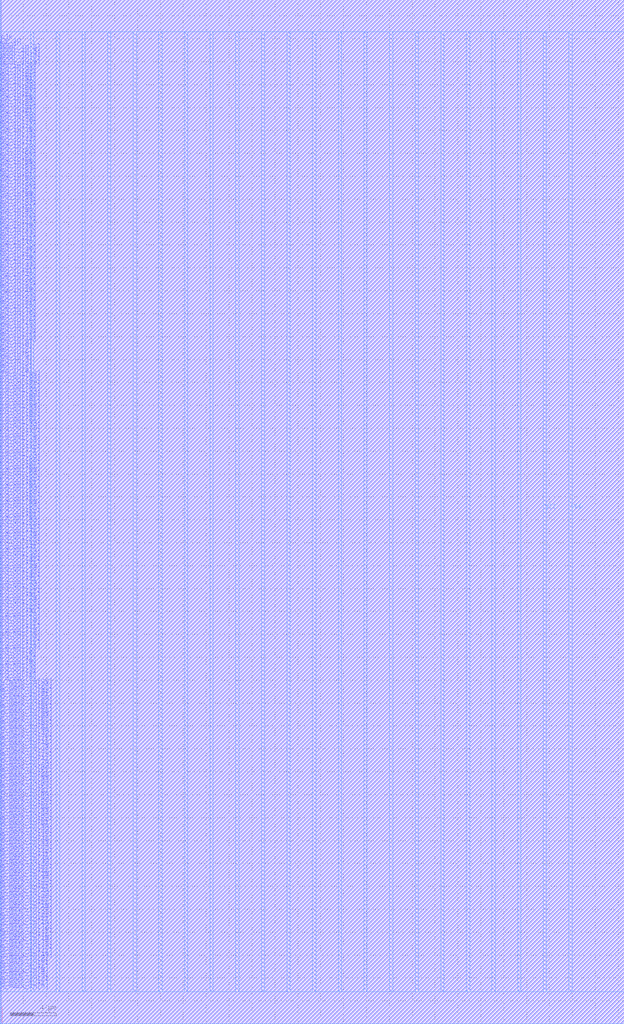
<source format=lef>
VERSION 5.7 ;
BUSBITCHARS "[]" ;
MACRO fakeram45_64x96_bottom
  FOREIGN fakeram45_64x96_bottom 0 0 ;
  SYMMETRY X Y R90 ;
  SIZE 0.19 BY 1.4 ;
  CLASS BLOCK ;
  PIN w_mask_in[0]
    DIRECTION INPUT ;
    USE SIGNAL ;
    SHAPE ABUTMENT ;
    PORT
      LAYER metal3 ;
      RECT 0.000 2.800 0.070 2.870 ;
    END
  END w_mask_in[0]
  PIN w_mask_in[1]
    DIRECTION INPUT ;
    USE SIGNAL ;
    SHAPE ABUTMENT ;
    PORT
      LAYER metal3 ;
      RECT 0.000 3.080 0.070 3.150 ;
    END
  END w_mask_in[1]
  PIN w_mask_in[2]
    DIRECTION INPUT ;
    USE SIGNAL ;
    SHAPE ABUTMENT ;
    PORT
      LAYER metal3 ;
      RECT 0.000 3.360 0.070 3.430 ;
    END
  END w_mask_in[2]
  PIN w_mask_in[3]
    DIRECTION INPUT ;
    USE SIGNAL ;
    SHAPE ABUTMENT ;
    PORT
      LAYER metal3 ;
      RECT 0.000 3.640 0.070 3.710 ;
    END
  END w_mask_in[3]
  PIN w_mask_in[4]
    DIRECTION INPUT ;
    USE SIGNAL ;
    SHAPE ABUTMENT ;
    PORT
      LAYER metal3 ;
      RECT 0.000 3.920 0.070 3.990 ;
    END
  END w_mask_in[4]
  PIN w_mask_in[5]
    DIRECTION INPUT ;
    USE SIGNAL ;
    SHAPE ABUTMENT ;
    PORT
      LAYER metal3 ;
      RECT 0.000 4.200 0.070 4.270 ;
    END
  END w_mask_in[5]
  PIN w_mask_in[6]
    DIRECTION INPUT ;
    USE SIGNAL ;
    SHAPE ABUTMENT ;
    PORT
      LAYER metal3 ;
      RECT 0.000 4.480 0.070 4.550 ;
    END
  END w_mask_in[6]
  PIN w_mask_in[7]
    DIRECTION INPUT ;
    USE SIGNAL ;
    SHAPE ABUTMENT ;
    PORT
      LAYER metal3 ;
      RECT 0.000 4.760 0.070 4.830 ;
    END
  END w_mask_in[7]
  PIN w_mask_in[8]
    DIRECTION INPUT ;
    USE SIGNAL ;
    SHAPE ABUTMENT ;
    PORT
      LAYER metal3 ;
      RECT 0.000 5.040 0.070 5.110 ;
    END
  END w_mask_in[8]
  PIN w_mask_in[9]
    DIRECTION INPUT ;
    USE SIGNAL ;
    SHAPE ABUTMENT ;
    PORT
      LAYER metal3 ;
      RECT 0.000 5.320 0.070 5.390 ;
    END
  END w_mask_in[9]
  PIN w_mask_in[10]
    DIRECTION INPUT ;
    USE SIGNAL ;
    SHAPE ABUTMENT ;
    PORT
      LAYER metal3 ;
      RECT 0.000 5.600 0.070 5.670 ;
    END
  END w_mask_in[10]
  PIN w_mask_in[11]
    DIRECTION INPUT ;
    USE SIGNAL ;
    SHAPE ABUTMENT ;
    PORT
      LAYER metal3 ;
      RECT 0.000 5.880 0.070 5.950 ;
    END
  END w_mask_in[11]
  PIN w_mask_in[12]
    DIRECTION INPUT ;
    USE SIGNAL ;
    SHAPE ABUTMENT ;
    PORT
      LAYER metal3 ;
      RECT 0.000 6.160 0.070 6.230 ;
    END
  END w_mask_in[12]
  PIN w_mask_in[13]
    DIRECTION INPUT ;
    USE SIGNAL ;
    SHAPE ABUTMENT ;
    PORT
      LAYER metal3 ;
      RECT 0.000 6.440 0.070 6.510 ;
    END
  END w_mask_in[13]
  PIN w_mask_in[14]
    DIRECTION INPUT ;
    USE SIGNAL ;
    SHAPE ABUTMENT ;
    PORT
      LAYER metal3 ;
      RECT 0.000 6.720 0.070 6.790 ;
    END
  END w_mask_in[14]
  PIN w_mask_in[15]
    DIRECTION INPUT ;
    USE SIGNAL ;
    SHAPE ABUTMENT ;
    PORT
      LAYER metal3 ;
      RECT 0.000 7.000 0.070 7.070 ;
    END
  END w_mask_in[15]
  PIN w_mask_in[16]
    DIRECTION INPUT ;
    USE SIGNAL ;
    SHAPE ABUTMENT ;
    PORT
      LAYER metal3 ;
      RECT 0.000 7.280 0.070 7.350 ;
    END
  END w_mask_in[16]
  PIN w_mask_in[17]
    DIRECTION INPUT ;
    USE SIGNAL ;
    SHAPE ABUTMENT ;
    PORT
      LAYER metal3 ;
      RECT 0.000 7.560 0.070 7.630 ;
    END
  END w_mask_in[17]
  PIN w_mask_in[18]
    DIRECTION INPUT ;
    USE SIGNAL ;
    SHAPE ABUTMENT ;
    PORT
      LAYER metal3 ;
      RECT 0.000 7.840 0.070 7.910 ;
    END
  END w_mask_in[18]
  PIN w_mask_in[19]
    DIRECTION INPUT ;
    USE SIGNAL ;
    SHAPE ABUTMENT ;
    PORT
      LAYER metal3 ;
      RECT 0.000 8.120 0.070 8.190 ;
    END
  END w_mask_in[19]
  PIN w_mask_in[20]
    DIRECTION INPUT ;
    USE SIGNAL ;
    SHAPE ABUTMENT ;
    PORT
      LAYER metal3 ;
      RECT 0.000 8.400 0.070 8.470 ;
    END
  END w_mask_in[20]
  PIN w_mask_in[21]
    DIRECTION INPUT ;
    USE SIGNAL ;
    SHAPE ABUTMENT ;
    PORT
      LAYER metal3 ;
      RECT 0.000 8.680 0.070 8.750 ;
    END
  END w_mask_in[21]
  PIN w_mask_in[22]
    DIRECTION INPUT ;
    USE SIGNAL ;
    SHAPE ABUTMENT ;
    PORT
      LAYER metal3 ;
      RECT 0.000 8.960 0.070 9.030 ;
    END
  END w_mask_in[22]
  PIN w_mask_in[23]
    DIRECTION INPUT ;
    USE SIGNAL ;
    SHAPE ABUTMENT ;
    PORT
      LAYER metal3 ;
      RECT 0.000 9.240 0.070 9.310 ;
    END
  END w_mask_in[23]
  PIN w_mask_in[24]
    DIRECTION INPUT ;
    USE SIGNAL ;
    SHAPE ABUTMENT ;
    PORT
      LAYER metal3 ;
      RECT 0.000 9.520 0.070 9.590 ;
    END
  END w_mask_in[24]
  PIN w_mask_in[25]
    DIRECTION INPUT ;
    USE SIGNAL ;
    SHAPE ABUTMENT ;
    PORT
      LAYER metal3 ;
      RECT 0.000 9.800 0.070 9.870 ;
    END
  END w_mask_in[25]
  PIN w_mask_in[26]
    DIRECTION INPUT ;
    USE SIGNAL ;
    SHAPE ABUTMENT ;
    PORT
      LAYER metal3 ;
      RECT 0.000 10.080 0.070 10.150 ;
    END
  END w_mask_in[26]
  PIN w_mask_in[27]
    DIRECTION INPUT ;
    USE SIGNAL ;
    SHAPE ABUTMENT ;
    PORT
      LAYER metal3 ;
      RECT 0.000 10.360 0.070 10.430 ;
    END
  END w_mask_in[27]
  PIN w_mask_in[28]
    DIRECTION INPUT ;
    USE SIGNAL ;
    SHAPE ABUTMENT ;
    PORT
      LAYER metal3 ;
      RECT 0.000 10.640 0.070 10.710 ;
    END
  END w_mask_in[28]
  PIN w_mask_in[29]
    DIRECTION INPUT ;
    USE SIGNAL ;
    SHAPE ABUTMENT ;
    PORT
      LAYER metal3 ;
      RECT 0.000 10.920 0.070 10.990 ;
    END
  END w_mask_in[29]
  PIN w_mask_in[30]
    DIRECTION INPUT ;
    USE SIGNAL ;
    SHAPE ABUTMENT ;
    PORT
      LAYER metal3 ;
      RECT 0.000 11.200 0.070 11.270 ;
    END
  END w_mask_in[30]
  PIN w_mask_in[31]
    DIRECTION INPUT ;
    USE SIGNAL ;
    SHAPE ABUTMENT ;
    PORT
      LAYER metal3 ;
      RECT 0.000 11.480 0.070 11.550 ;
    END
  END w_mask_in[31]
  PIN w_mask_in[32]
    DIRECTION INPUT ;
    USE SIGNAL ;
    SHAPE ABUTMENT ;
    PORT
      LAYER metal3 ;
      RECT 0.000 11.760 0.070 11.830 ;
    END
  END w_mask_in[32]
  PIN w_mask_in[33]
    DIRECTION INPUT ;
    USE SIGNAL ;
    SHAPE ABUTMENT ;
    PORT
      LAYER metal3 ;
      RECT 0.000 12.040 0.070 12.110 ;
    END
  END w_mask_in[33]
  PIN w_mask_in[34]
    DIRECTION INPUT ;
    USE SIGNAL ;
    SHAPE ABUTMENT ;
    PORT
      LAYER metal3 ;
      RECT 0.000 12.320 0.070 12.390 ;
    END
  END w_mask_in[34]
  PIN w_mask_in[35]
    DIRECTION INPUT ;
    USE SIGNAL ;
    SHAPE ABUTMENT ;
    PORT
      LAYER metal3 ;
      RECT 0.000 12.600 0.070 12.670 ;
    END
  END w_mask_in[35]
  PIN w_mask_in[36]
    DIRECTION INPUT ;
    USE SIGNAL ;
    SHAPE ABUTMENT ;
    PORT
      LAYER metal3 ;
      RECT 0.000 12.880 0.070 12.950 ;
    END
  END w_mask_in[36]
  PIN w_mask_in[37]
    DIRECTION INPUT ;
    USE SIGNAL ;
    SHAPE ABUTMENT ;
    PORT
      LAYER metal3 ;
      RECT 0.000 13.160 0.070 13.230 ;
    END
  END w_mask_in[37]
  PIN w_mask_in[38]
    DIRECTION INPUT ;
    USE SIGNAL ;
    SHAPE ABUTMENT ;
    PORT
      LAYER metal3 ;
      RECT 0.000 13.440 0.070 13.510 ;
    END
  END w_mask_in[38]
  PIN w_mask_in[39]
    DIRECTION INPUT ;
    USE SIGNAL ;
    SHAPE ABUTMENT ;
    PORT
      LAYER metal3 ;
      RECT 0.000 13.720 0.070 13.790 ;
    END
  END w_mask_in[39]
  PIN w_mask_in[40]
    DIRECTION INPUT ;
    USE SIGNAL ;
    SHAPE ABUTMENT ;
    PORT
      LAYER metal3 ;
      RECT 0.000 14.000 0.070 14.070 ;
    END
  END w_mask_in[40]
  PIN w_mask_in[41]
    DIRECTION INPUT ;
    USE SIGNAL ;
    SHAPE ABUTMENT ;
    PORT
      LAYER metal3 ;
      RECT 0.000 14.280 0.070 14.350 ;
    END
  END w_mask_in[41]
  PIN w_mask_in[42]
    DIRECTION INPUT ;
    USE SIGNAL ;
    SHAPE ABUTMENT ;
    PORT
      LAYER metal3 ;
      RECT 0.000 14.560 0.070 14.630 ;
    END
  END w_mask_in[42]
  PIN w_mask_in[43]
    DIRECTION INPUT ;
    USE SIGNAL ;
    SHAPE ABUTMENT ;
    PORT
      LAYER metal3 ;
      RECT 0.000 14.840 0.070 14.910 ;
    END
  END w_mask_in[43]
  PIN w_mask_in[44]
    DIRECTION INPUT ;
    USE SIGNAL ;
    SHAPE ABUTMENT ;
    PORT
      LAYER metal3 ;
      RECT 0.000 15.120 0.070 15.190 ;
    END
  END w_mask_in[44]
  PIN w_mask_in[45]
    DIRECTION INPUT ;
    USE SIGNAL ;
    SHAPE ABUTMENT ;
    PORT
      LAYER metal3 ;
      RECT 0.000 15.400 0.070 15.470 ;
    END
  END w_mask_in[45]
  PIN w_mask_in[46]
    DIRECTION INPUT ;
    USE SIGNAL ;
    SHAPE ABUTMENT ;
    PORT
      LAYER metal3 ;
      RECT 0.000 15.680 0.070 15.750 ;
    END
  END w_mask_in[46]
  PIN w_mask_in[47]
    DIRECTION INPUT ;
    USE SIGNAL ;
    SHAPE ABUTMENT ;
    PORT
      LAYER metal3 ;
      RECT 0.000 15.960 0.070 16.030 ;
    END
  END w_mask_in[47]
  PIN w_mask_in[48]
    DIRECTION INPUT ;
    USE SIGNAL ;
    SHAPE ABUTMENT ;
    PORT
      LAYER metal3 ;
      RECT 0.000 16.240 0.070 16.310 ;
    END
  END w_mask_in[48]
  PIN w_mask_in[49]
    DIRECTION INPUT ;
    USE SIGNAL ;
    SHAPE ABUTMENT ;
    PORT
      LAYER metal3 ;
      RECT 0.000 16.520 0.070 16.590 ;
    END
  END w_mask_in[49]
  PIN w_mask_in[50]
    DIRECTION INPUT ;
    USE SIGNAL ;
    SHAPE ABUTMENT ;
    PORT
      LAYER metal3 ;
      RECT 0.000 16.800 0.070 16.870 ;
    END
  END w_mask_in[50]
  PIN w_mask_in[51]
    DIRECTION INPUT ;
    USE SIGNAL ;
    SHAPE ABUTMENT ;
    PORT
      LAYER metal3 ;
      RECT 0.000 17.080 0.070 17.150 ;
    END
  END w_mask_in[51]
  PIN w_mask_in[52]
    DIRECTION INPUT ;
    USE SIGNAL ;
    SHAPE ABUTMENT ;
    PORT
      LAYER metal3 ;
      RECT 0.000 17.360 0.070 17.430 ;
    END
  END w_mask_in[52]
  PIN w_mask_in[53]
    DIRECTION INPUT ;
    USE SIGNAL ;
    SHAPE ABUTMENT ;
    PORT
      LAYER metal3 ;
      RECT 0.000 17.640 0.070 17.710 ;
    END
  END w_mask_in[53]
  PIN w_mask_in[54]
    DIRECTION INPUT ;
    USE SIGNAL ;
    SHAPE ABUTMENT ;
    PORT
      LAYER metal3 ;
      RECT 0.000 17.920 0.070 17.990 ;
    END
  END w_mask_in[54]
  PIN w_mask_in[55]
    DIRECTION INPUT ;
    USE SIGNAL ;
    SHAPE ABUTMENT ;
    PORT
      LAYER metal3 ;
      RECT 0.000 18.200 0.070 18.270 ;
    END
  END w_mask_in[55]
  PIN w_mask_in[56]
    DIRECTION INPUT ;
    USE SIGNAL ;
    SHAPE ABUTMENT ;
    PORT
      LAYER metal3 ;
      RECT 0.000 18.480 0.070 18.550 ;
    END
  END w_mask_in[56]
  PIN w_mask_in[57]
    DIRECTION INPUT ;
    USE SIGNAL ;
    SHAPE ABUTMENT ;
    PORT
      LAYER metal3 ;
      RECT 0.000 18.760 0.070 18.830 ;
    END
  END w_mask_in[57]
  PIN w_mask_in[58]
    DIRECTION INPUT ;
    USE SIGNAL ;
    SHAPE ABUTMENT ;
    PORT
      LAYER metal3 ;
      RECT 0.000 19.040 0.070 19.110 ;
    END
  END w_mask_in[58]
  PIN w_mask_in[59]
    DIRECTION INPUT ;
    USE SIGNAL ;
    SHAPE ABUTMENT ;
    PORT
      LAYER metal3 ;
      RECT 0.000 19.320 0.070 19.390 ;
    END
  END w_mask_in[59]
  PIN w_mask_in[60]
    DIRECTION INPUT ;
    USE SIGNAL ;
    SHAPE ABUTMENT ;
    PORT
      LAYER metal3 ;
      RECT 0.000 19.600 0.070 19.670 ;
    END
  END w_mask_in[60]
  PIN w_mask_in[61]
    DIRECTION INPUT ;
    USE SIGNAL ;
    SHAPE ABUTMENT ;
    PORT
      LAYER metal3 ;
      RECT 0.000 19.880 0.070 19.950 ;
    END
  END w_mask_in[61]
  PIN w_mask_in[62]
    DIRECTION INPUT ;
    USE SIGNAL ;
    SHAPE ABUTMENT ;
    PORT
      LAYER metal3 ;
      RECT 0.000 20.160 0.070 20.230 ;
    END
  END w_mask_in[62]
  PIN w_mask_in[63]
    DIRECTION INPUT ;
    USE SIGNAL ;
    SHAPE ABUTMENT ;
    PORT
      LAYER metal3 ;
      RECT 0.000 20.440 0.070 20.510 ;
    END
  END w_mask_in[63]
  PIN w_mask_in[64]
    DIRECTION INPUT ;
    USE SIGNAL ;
    SHAPE ABUTMENT ;
    PORT
      LAYER metal3 ;
      RECT 0.000 20.720 0.070 20.790 ;
    END
  END w_mask_in[64]
  PIN w_mask_in[65]
    DIRECTION INPUT ;
    USE SIGNAL ;
    SHAPE ABUTMENT ;
    PORT
      LAYER metal3 ;
      RECT 0.000 21.000 0.070 21.070 ;
    END
  END w_mask_in[65]
  PIN w_mask_in[66]
    DIRECTION INPUT ;
    USE SIGNAL ;
    SHAPE ABUTMENT ;
    PORT
      LAYER metal3 ;
      RECT 0.000 21.280 0.070 21.350 ;
    END
  END w_mask_in[66]
  PIN w_mask_in[67]
    DIRECTION INPUT ;
    USE SIGNAL ;
    SHAPE ABUTMENT ;
    PORT
      LAYER metal3 ;
      RECT 0.000 21.560 0.070 21.630 ;
    END
  END w_mask_in[67]
  PIN w_mask_in[68]
    DIRECTION INPUT ;
    USE SIGNAL ;
    SHAPE ABUTMENT ;
    PORT
      LAYER metal3 ;
      RECT 0.000 21.840 0.070 21.910 ;
    END
  END w_mask_in[68]
  PIN w_mask_in[69]
    DIRECTION INPUT ;
    USE SIGNAL ;
    SHAPE ABUTMENT ;
    PORT
      LAYER metal3 ;
      RECT 0.000 22.120 0.070 22.190 ;
    END
  END w_mask_in[69]
  PIN w_mask_in[70]
    DIRECTION INPUT ;
    USE SIGNAL ;
    SHAPE ABUTMENT ;
    PORT
      LAYER metal3 ;
      RECT 0.000 22.400 0.070 22.470 ;
    END
  END w_mask_in[70]
  PIN w_mask_in[71]
    DIRECTION INPUT ;
    USE SIGNAL ;
    SHAPE ABUTMENT ;
    PORT
      LAYER metal3 ;
      RECT 0.000 22.680 0.070 22.750 ;
    END
  END w_mask_in[71]
  PIN w_mask_in[72]
    DIRECTION INPUT ;
    USE SIGNAL ;
    SHAPE ABUTMENT ;
    PORT
      LAYER metal3 ;
      RECT 0.000 22.960 0.070 23.030 ;
    END
  END w_mask_in[72]
  PIN w_mask_in[73]
    DIRECTION INPUT ;
    USE SIGNAL ;
    SHAPE ABUTMENT ;
    PORT
      LAYER metal3 ;
      RECT 0.000 23.240 0.070 23.310 ;
    END
  END w_mask_in[73]
  PIN w_mask_in[74]
    DIRECTION INPUT ;
    USE SIGNAL ;
    SHAPE ABUTMENT ;
    PORT
      LAYER metal3 ;
      RECT 0.000 23.520 0.070 23.590 ;
    END
  END w_mask_in[74]
  PIN w_mask_in[75]
    DIRECTION INPUT ;
    USE SIGNAL ;
    SHAPE ABUTMENT ;
    PORT
      LAYER metal3 ;
      RECT 0.000 23.800 0.070 23.870 ;
    END
  END w_mask_in[75]
  PIN w_mask_in[76]
    DIRECTION INPUT ;
    USE SIGNAL ;
    SHAPE ABUTMENT ;
    PORT
      LAYER metal3 ;
      RECT 0.000 24.080 0.070 24.150 ;
    END
  END w_mask_in[76]
  PIN w_mask_in[77]
    DIRECTION INPUT ;
    USE SIGNAL ;
    SHAPE ABUTMENT ;
    PORT
      LAYER metal3 ;
      RECT 0.000 24.360 0.070 24.430 ;
    END
  END w_mask_in[77]
  PIN w_mask_in[78]
    DIRECTION INPUT ;
    USE SIGNAL ;
    SHAPE ABUTMENT ;
    PORT
      LAYER metal3 ;
      RECT 0.000 24.640 0.070 24.710 ;
    END
  END w_mask_in[78]
  PIN w_mask_in[79]
    DIRECTION INPUT ;
    USE SIGNAL ;
    SHAPE ABUTMENT ;
    PORT
      LAYER metal3 ;
      RECT 0.000 24.920 0.070 24.990 ;
    END
  END w_mask_in[79]
  PIN w_mask_in[80]
    DIRECTION INPUT ;
    USE SIGNAL ;
    SHAPE ABUTMENT ;
    PORT
      LAYER metal3 ;
      RECT 0.000 25.200 0.070 25.270 ;
    END
  END w_mask_in[80]
  PIN w_mask_in[81]
    DIRECTION INPUT ;
    USE SIGNAL ;
    SHAPE ABUTMENT ;
    PORT
      LAYER metal3 ;
      RECT 0.000 25.480 0.070 25.550 ;
    END
  END w_mask_in[81]
  PIN w_mask_in[82]
    DIRECTION INPUT ;
    USE SIGNAL ;
    SHAPE ABUTMENT ;
    PORT
      LAYER metal3 ;
      RECT 0.000 25.760 0.070 25.830 ;
    END
  END w_mask_in[82]
  PIN w_mask_in[83]
    DIRECTION INPUT ;
    USE SIGNAL ;
    SHAPE ABUTMENT ;
    PORT
      LAYER metal3 ;
      RECT 0.000 26.040 0.070 26.110 ;
    END
  END w_mask_in[83]
  PIN w_mask_in[84]
    DIRECTION INPUT ;
    USE SIGNAL ;
    SHAPE ABUTMENT ;
    PORT
      LAYER metal3 ;
      RECT 0.000 26.320 0.070 26.390 ;
    END
  END w_mask_in[84]
  PIN w_mask_in[85]
    DIRECTION INPUT ;
    USE SIGNAL ;
    SHAPE ABUTMENT ;
    PORT
      LAYER metal3 ;
      RECT 0.000 26.600 0.070 26.670 ;
    END
  END w_mask_in[85]
  PIN w_mask_in[86]
    DIRECTION INPUT ;
    USE SIGNAL ;
    SHAPE ABUTMENT ;
    PORT
      LAYER metal3 ;
      RECT 0.000 26.880 0.070 26.950 ;
    END
  END w_mask_in[86]
  PIN w_mask_in[87]
    DIRECTION INPUT ;
    USE SIGNAL ;
    SHAPE ABUTMENT ;
    PORT
      LAYER metal3 ;
      RECT 0.000 27.160 0.070 27.230 ;
    END
  END w_mask_in[87]
  PIN w_mask_in[88]
    DIRECTION INPUT ;
    USE SIGNAL ;
    SHAPE ABUTMENT ;
    PORT
      LAYER metal3 ;
      RECT 0.000 27.440 0.070 27.510 ;
    END
  END w_mask_in[88]
  PIN w_mask_in[89]
    DIRECTION INPUT ;
    USE SIGNAL ;
    SHAPE ABUTMENT ;
    PORT
      LAYER metal3 ;
      RECT 0.000 27.720 0.070 27.790 ;
    END
  END w_mask_in[89]
  PIN w_mask_in[90]
    DIRECTION INPUT ;
    USE SIGNAL ;
    SHAPE ABUTMENT ;
    PORT
      LAYER metal3 ;
      RECT 0.000 28.000 0.070 28.070 ;
    END
  END w_mask_in[90]
  PIN w_mask_in[91]
    DIRECTION INPUT ;
    USE SIGNAL ;
    SHAPE ABUTMENT ;
    PORT
      LAYER metal3 ;
      RECT 0.000 28.280 0.070 28.350 ;
    END
  END w_mask_in[91]
  PIN w_mask_in[92]
    DIRECTION INPUT ;
    USE SIGNAL ;
    SHAPE ABUTMENT ;
    PORT
      LAYER metal3 ;
      RECT 0.000 28.560 0.070 28.630 ;
    END
  END w_mask_in[92]
  PIN w_mask_in[93]
    DIRECTION INPUT ;
    USE SIGNAL ;
    SHAPE ABUTMENT ;
    PORT
      LAYER metal3 ;
      RECT 0.000 28.840 0.070 28.910 ;
    END
  END w_mask_in[93]
  PIN w_mask_in[94]
    DIRECTION INPUT ;
    USE SIGNAL ;
    SHAPE ABUTMENT ;
    PORT
      LAYER metal3 ;
      RECT 0.000 29.120 0.070 29.190 ;
    END
  END w_mask_in[94]
  PIN w_mask_in[95]
    DIRECTION INPUT ;
    USE SIGNAL ;
    SHAPE ABUTMENT ;
    PORT
      LAYER metal3 ;
      RECT 0.000 29.400 0.070 29.470 ;
    END
  END w_mask_in[95]
  PIN rd_out[0]
    DIRECTION OUTPUT ;
    USE SIGNAL ;
    SHAPE ABUTMENT ;
    PORT
      LAYER metal3 ;
      RECT 0.000 29.680 0.070 29.750 ;
    END
  END rd_out[0]
  PIN rd_out[1]
    DIRECTION OUTPUT ;
    USE SIGNAL ;
    SHAPE ABUTMENT ;
    PORT
      LAYER metal3 ;
      RECT 0.000 29.960 0.070 30.030 ;
    END
  END rd_out[1]
  PIN rd_out[2]
    DIRECTION OUTPUT ;
    USE SIGNAL ;
    SHAPE ABUTMENT ;
    PORT
      LAYER metal3 ;
      RECT 0.000 30.240 0.070 30.310 ;
    END
  END rd_out[2]
  PIN rd_out[3]
    DIRECTION OUTPUT ;
    USE SIGNAL ;
    SHAPE ABUTMENT ;
    PORT
      LAYER metal3 ;
      RECT 0.000 30.520 0.070 30.590 ;
    END
  END rd_out[3]
  PIN rd_out[4]
    DIRECTION OUTPUT ;
    USE SIGNAL ;
    SHAPE ABUTMENT ;
    PORT
      LAYER metal3 ;
      RECT 0.000 30.800 0.070 30.870 ;
    END
  END rd_out[4]
  PIN rd_out[5]
    DIRECTION OUTPUT ;
    USE SIGNAL ;
    SHAPE ABUTMENT ;
    PORT
      LAYER metal3 ;
      RECT 0.000 31.080 0.070 31.150 ;
    END
  END rd_out[5]
  PIN rd_out[6]
    DIRECTION OUTPUT ;
    USE SIGNAL ;
    SHAPE ABUTMENT ;
    PORT
      LAYER metal3 ;
      RECT 0.000 31.360 0.070 31.430 ;
    END
  END rd_out[6]
  PIN rd_out[7]
    DIRECTION OUTPUT ;
    USE SIGNAL ;
    SHAPE ABUTMENT ;
    PORT
      LAYER metal3 ;
      RECT 0.000 31.640 0.070 31.710 ;
    END
  END rd_out[7]
  PIN rd_out[8]
    DIRECTION OUTPUT ;
    USE SIGNAL ;
    SHAPE ABUTMENT ;
    PORT
      LAYER metal3 ;
      RECT 0.000 31.920 0.070 31.990 ;
    END
  END rd_out[8]
  PIN rd_out[9]
    DIRECTION OUTPUT ;
    USE SIGNAL ;
    SHAPE ABUTMENT ;
    PORT
      LAYER metal3 ;
      RECT 0.000 32.200 0.070 32.270 ;
    END
  END rd_out[9]
  PIN rd_out[10]
    DIRECTION OUTPUT ;
    USE SIGNAL ;
    SHAPE ABUTMENT ;
    PORT
      LAYER metal3 ;
      RECT 0.000 32.480 0.070 32.550 ;
    END
  END rd_out[10]
  PIN rd_out[11]
    DIRECTION OUTPUT ;
    USE SIGNAL ;
    SHAPE ABUTMENT ;
    PORT
      LAYER metal3 ;
      RECT 0.000 32.760 0.070 32.830 ;
    END
  END rd_out[11]
  PIN rd_out[12]
    DIRECTION OUTPUT ;
    USE SIGNAL ;
    SHAPE ABUTMENT ;
    PORT
      LAYER metal3 ;
      RECT 0.000 33.040 0.070 33.110 ;
    END
  END rd_out[12]
  PIN rd_out[13]
    DIRECTION OUTPUT ;
    USE SIGNAL ;
    SHAPE ABUTMENT ;
    PORT
      LAYER metal3 ;
      RECT 0.000 33.320 0.070 33.390 ;
    END
  END rd_out[13]
  PIN rd_out[14]
    DIRECTION OUTPUT ;
    USE SIGNAL ;
    SHAPE ABUTMENT ;
    PORT
      LAYER metal3 ;
      RECT 0.000 33.600 0.070 33.670 ;
    END
  END rd_out[14]
  PIN rd_out[15]
    DIRECTION OUTPUT ;
    USE SIGNAL ;
    SHAPE ABUTMENT ;
    PORT
      LAYER metal3 ;
      RECT 0.000 33.880 0.070 33.950 ;
    END
  END rd_out[15]
  PIN rd_out[16]
    DIRECTION OUTPUT ;
    USE SIGNAL ;
    SHAPE ABUTMENT ;
    PORT
      LAYER metal3 ;
      RECT 0.000 34.160 0.070 34.230 ;
    END
  END rd_out[16]
  PIN rd_out[17]
    DIRECTION OUTPUT ;
    USE SIGNAL ;
    SHAPE ABUTMENT ;
    PORT
      LAYER metal3 ;
      RECT 0.000 34.440 0.070 34.510 ;
    END
  END rd_out[17]
  PIN rd_out[18]
    DIRECTION OUTPUT ;
    USE SIGNAL ;
    SHAPE ABUTMENT ;
    PORT
      LAYER metal3 ;
      RECT 0.000 34.720 0.070 34.790 ;
    END
  END rd_out[18]
  PIN rd_out[19]
    DIRECTION OUTPUT ;
    USE SIGNAL ;
    SHAPE ABUTMENT ;
    PORT
      LAYER metal3 ;
      RECT 0.000 35.000 0.070 35.070 ;
    END
  END rd_out[19]
  PIN rd_out[20]
    DIRECTION OUTPUT ;
    USE SIGNAL ;
    SHAPE ABUTMENT ;
    PORT
      LAYER metal3 ;
      RECT 0.000 35.280 0.070 35.350 ;
    END
  END rd_out[20]
  PIN rd_out[21]
    DIRECTION OUTPUT ;
    USE SIGNAL ;
    SHAPE ABUTMENT ;
    PORT
      LAYER metal3 ;
      RECT 0.000 35.560 0.070 35.630 ;
    END
  END rd_out[21]
  PIN rd_out[22]
    DIRECTION OUTPUT ;
    USE SIGNAL ;
    SHAPE ABUTMENT ;
    PORT
      LAYER metal3 ;
      RECT 0.000 35.840 0.070 35.910 ;
    END
  END rd_out[22]
  PIN rd_out[23]
    DIRECTION OUTPUT ;
    USE SIGNAL ;
    SHAPE ABUTMENT ;
    PORT
      LAYER metal3 ;
      RECT 0.000 36.120 0.070 36.190 ;
    END
  END rd_out[23]
  PIN rd_out[24]
    DIRECTION OUTPUT ;
    USE SIGNAL ;
    SHAPE ABUTMENT ;
    PORT
      LAYER metal3 ;
      RECT 0.000 36.400 0.070 36.470 ;
    END
  END rd_out[24]
  PIN rd_out[25]
    DIRECTION OUTPUT ;
    USE SIGNAL ;
    SHAPE ABUTMENT ;
    PORT
      LAYER metal3 ;
      RECT 0.000 36.680 0.070 36.750 ;
    END
  END rd_out[25]
  PIN rd_out[26]
    DIRECTION OUTPUT ;
    USE SIGNAL ;
    SHAPE ABUTMENT ;
    PORT
      LAYER metal3 ;
      RECT 0.000 36.960 0.070 37.030 ;
    END
  END rd_out[26]
  PIN rd_out[27]
    DIRECTION OUTPUT ;
    USE SIGNAL ;
    SHAPE ABUTMENT ;
    PORT
      LAYER metal3 ;
      RECT 0.000 37.240 0.070 37.310 ;
    END
  END rd_out[27]
  PIN rd_out[28]
    DIRECTION OUTPUT ;
    USE SIGNAL ;
    SHAPE ABUTMENT ;
    PORT
      LAYER metal3 ;
      RECT 0.000 37.520 0.070 37.590 ;
    END
  END rd_out[28]
  PIN rd_out[29]
    DIRECTION OUTPUT ;
    USE SIGNAL ;
    SHAPE ABUTMENT ;
    PORT
      LAYER metal3 ;
      RECT 0.000 37.800 0.070 37.870 ;
    END
  END rd_out[29]
  PIN rd_out[30]
    DIRECTION OUTPUT ;
    USE SIGNAL ;
    SHAPE ABUTMENT ;
    PORT
      LAYER metal3 ;
      RECT 0.000 38.080 0.070 38.150 ;
    END
  END rd_out[30]
  PIN rd_out[31]
    DIRECTION OUTPUT ;
    USE SIGNAL ;
    SHAPE ABUTMENT ;
    PORT
      LAYER metal3 ;
      RECT 0.000 38.360 0.070 38.430 ;
    END
  END rd_out[31]
  PIN rd_out[32]
    DIRECTION OUTPUT ;
    USE SIGNAL ;
    SHAPE ABUTMENT ;
    PORT
      LAYER metal3 ;
      RECT 0.000 38.640 0.070 38.710 ;
    END
  END rd_out[32]
  PIN rd_out[33]
    DIRECTION OUTPUT ;
    USE SIGNAL ;
    SHAPE ABUTMENT ;
    PORT
      LAYER metal3 ;
      RECT 0.000 38.920 0.070 38.990 ;
    END
  END rd_out[33]
  PIN rd_out[34]
    DIRECTION OUTPUT ;
    USE SIGNAL ;
    SHAPE ABUTMENT ;
    PORT
      LAYER metal3 ;
      RECT 0.000 39.200 0.070 39.270 ;
    END
  END rd_out[34]
  PIN rd_out[35]
    DIRECTION OUTPUT ;
    USE SIGNAL ;
    SHAPE ABUTMENT ;
    PORT
      LAYER metal3 ;
      RECT 0.000 39.480 0.070 39.550 ;
    END
  END rd_out[35]
  PIN rd_out[36]
    DIRECTION OUTPUT ;
    USE SIGNAL ;
    SHAPE ABUTMENT ;
    PORT
      LAYER metal3 ;
      RECT 0.000 39.760 0.070 39.830 ;
    END
  END rd_out[36]
  PIN rd_out[37]
    DIRECTION OUTPUT ;
    USE SIGNAL ;
    SHAPE ABUTMENT ;
    PORT
      LAYER metal3 ;
      RECT 0.000 40.040 0.070 40.110 ;
    END
  END rd_out[37]
  PIN rd_out[38]
    DIRECTION OUTPUT ;
    USE SIGNAL ;
    SHAPE ABUTMENT ;
    PORT
      LAYER metal3 ;
      RECT 0.000 40.320 0.070 40.390 ;
    END
  END rd_out[38]
  PIN rd_out[39]
    DIRECTION OUTPUT ;
    USE SIGNAL ;
    SHAPE ABUTMENT ;
    PORT
      LAYER metal3 ;
      RECT 0.000 40.600 0.070 40.670 ;
    END
  END rd_out[39]
  PIN rd_out[40]
    DIRECTION OUTPUT ;
    USE SIGNAL ;
    SHAPE ABUTMENT ;
    PORT
      LAYER metal3 ;
      RECT 0.000 40.880 0.070 40.950 ;
    END
  END rd_out[40]
  PIN rd_out[41]
    DIRECTION OUTPUT ;
    USE SIGNAL ;
    SHAPE ABUTMENT ;
    PORT
      LAYER metal3 ;
      RECT 0.000 41.160 0.070 41.230 ;
    END
  END rd_out[41]
  PIN rd_out[42]
    DIRECTION OUTPUT ;
    USE SIGNAL ;
    SHAPE ABUTMENT ;
    PORT
      LAYER metal3 ;
      RECT 0.000 41.440 0.070 41.510 ;
    END
  END rd_out[42]
  PIN rd_out[43]
    DIRECTION OUTPUT ;
    USE SIGNAL ;
    SHAPE ABUTMENT ;
    PORT
      LAYER metal3 ;
      RECT 0.000 41.720 0.070 41.790 ;
    END
  END rd_out[43]
  PIN rd_out[44]
    DIRECTION OUTPUT ;
    USE SIGNAL ;
    SHAPE ABUTMENT ;
    PORT
      LAYER metal3 ;
      RECT 0.000 42.000 0.070 42.070 ;
    END
  END rd_out[44]
  PIN rd_out[45]
    DIRECTION OUTPUT ;
    USE SIGNAL ;
    SHAPE ABUTMENT ;
    PORT
      LAYER metal3 ;
      RECT 0.000 42.280 0.070 42.350 ;
    END
  END rd_out[45]
  PIN rd_out[46]
    DIRECTION OUTPUT ;
    USE SIGNAL ;
    SHAPE ABUTMENT ;
    PORT
      LAYER metal3 ;
      RECT 0.000 42.560 0.070 42.630 ;
    END
  END rd_out[46]
  PIN rd_out[47]
    DIRECTION OUTPUT ;
    USE SIGNAL ;
    SHAPE ABUTMENT ;
    PORT
      LAYER metal3 ;
      RECT 0.000 42.840 0.070 42.910 ;
    END
  END rd_out[47]
  PIN rd_out[48]
    DIRECTION OUTPUT ;
    USE SIGNAL ;
    SHAPE ABUTMENT ;
    PORT
      LAYER metal3 ;
      RECT 0.000 43.120 0.070 43.190 ;
    END
  END rd_out[48]
  PIN rd_out[49]
    DIRECTION OUTPUT ;
    USE SIGNAL ;
    SHAPE ABUTMENT ;
    PORT
      LAYER metal3 ;
      RECT 0.000 43.400 0.070 43.470 ;
    END
  END rd_out[49]
  PIN rd_out[50]
    DIRECTION OUTPUT ;
    USE SIGNAL ;
    SHAPE ABUTMENT ;
    PORT
      LAYER metal3 ;
      RECT 0.000 43.680 0.070 43.750 ;
    END
  END rd_out[50]
  PIN rd_out[51]
    DIRECTION OUTPUT ;
    USE SIGNAL ;
    SHAPE ABUTMENT ;
    PORT
      LAYER metal3 ;
      RECT 0.000 43.960 0.070 44.030 ;
    END
  END rd_out[51]
  PIN rd_out[52]
    DIRECTION OUTPUT ;
    USE SIGNAL ;
    SHAPE ABUTMENT ;
    PORT
      LAYER metal3 ;
      RECT 0.000 44.240 0.070 44.310 ;
    END
  END rd_out[52]
  PIN rd_out[53]
    DIRECTION OUTPUT ;
    USE SIGNAL ;
    SHAPE ABUTMENT ;
    PORT
      LAYER metal3 ;
      RECT 0.000 44.520 0.070 44.590 ;
    END
  END rd_out[53]
  PIN rd_out[54]
    DIRECTION OUTPUT ;
    USE SIGNAL ;
    SHAPE ABUTMENT ;
    PORT
      LAYER metal3 ;
      RECT 0.000 44.800 0.070 44.870 ;
    END
  END rd_out[54]
  PIN rd_out[55]
    DIRECTION OUTPUT ;
    USE SIGNAL ;
    SHAPE ABUTMENT ;
    PORT
      LAYER metal3 ;
      RECT 0.000 45.080 0.070 45.150 ;
    END
  END rd_out[55]
  PIN rd_out[56]
    DIRECTION OUTPUT ;
    USE SIGNAL ;
    SHAPE ABUTMENT ;
    PORT
      LAYER metal3 ;
      RECT 0.000 45.360 0.070 45.430 ;
    END
  END rd_out[56]
  PIN rd_out[57]
    DIRECTION OUTPUT ;
    USE SIGNAL ;
    SHAPE ABUTMENT ;
    PORT
      LAYER metal3 ;
      RECT 0.000 45.640 0.070 45.710 ;
    END
  END rd_out[57]
  PIN rd_out[58]
    DIRECTION OUTPUT ;
    USE SIGNAL ;
    SHAPE ABUTMENT ;
    PORT
      LAYER metal3 ;
      RECT 0.000 45.920 0.070 45.990 ;
    END
  END rd_out[58]
  PIN rd_out[59]
    DIRECTION OUTPUT ;
    USE SIGNAL ;
    SHAPE ABUTMENT ;
    PORT
      LAYER metal3 ;
      RECT 0.000 46.200 0.070 46.270 ;
    END
  END rd_out[59]
  PIN rd_out[60]
    DIRECTION OUTPUT ;
    USE SIGNAL ;
    SHAPE ABUTMENT ;
    PORT
      LAYER metal3 ;
      RECT 0.000 46.480 0.070 46.550 ;
    END
  END rd_out[60]
  PIN rd_out[61]
    DIRECTION OUTPUT ;
    USE SIGNAL ;
    SHAPE ABUTMENT ;
    PORT
      LAYER metal3 ;
      RECT 0.000 46.760 0.070 46.830 ;
    END
  END rd_out[61]
  PIN rd_out[62]
    DIRECTION OUTPUT ;
    USE SIGNAL ;
    SHAPE ABUTMENT ;
    PORT
      LAYER metal3 ;
      RECT 0.000 47.040 0.070 47.110 ;
    END
  END rd_out[62]
  PIN rd_out[63]
    DIRECTION OUTPUT ;
    USE SIGNAL ;
    SHAPE ABUTMENT ;
    PORT
      LAYER metal3 ;
      RECT 0.000 47.320 0.070 47.390 ;
    END
  END rd_out[63]
  PIN rd_out[64]
    DIRECTION OUTPUT ;
    USE SIGNAL ;
    SHAPE ABUTMENT ;
    PORT
      LAYER metal3 ;
      RECT 0.000 47.600 0.070 47.670 ;
    END
  END rd_out[64]
  PIN rd_out[65]
    DIRECTION OUTPUT ;
    USE SIGNAL ;
    SHAPE ABUTMENT ;
    PORT
      LAYER metal3 ;
      RECT 0.000 47.880 0.070 47.950 ;
    END
  END rd_out[65]
  PIN rd_out[66]
    DIRECTION OUTPUT ;
    USE SIGNAL ;
    SHAPE ABUTMENT ;
    PORT
      LAYER metal3 ;
      RECT 0.000 48.160 0.070 48.230 ;
    END
  END rd_out[66]
  PIN rd_out[67]
    DIRECTION OUTPUT ;
    USE SIGNAL ;
    SHAPE ABUTMENT ;
    PORT
      LAYER metal3 ;
      RECT 0.000 48.440 0.070 48.510 ;
    END
  END rd_out[67]
  PIN rd_out[68]
    DIRECTION OUTPUT ;
    USE SIGNAL ;
    SHAPE ABUTMENT ;
    PORT
      LAYER metal3 ;
      RECT 0.000 48.720 0.070 48.790 ;
    END
  END rd_out[68]
  PIN rd_out[69]
    DIRECTION OUTPUT ;
    USE SIGNAL ;
    SHAPE ABUTMENT ;
    PORT
      LAYER metal3 ;
      RECT 0.000 49.000 0.070 49.070 ;
    END
  END rd_out[69]
  PIN rd_out[70]
    DIRECTION OUTPUT ;
    USE SIGNAL ;
    SHAPE ABUTMENT ;
    PORT
      LAYER metal3 ;
      RECT 0.000 49.280 0.070 49.350 ;
    END
  END rd_out[70]
  PIN rd_out[71]
    DIRECTION OUTPUT ;
    USE SIGNAL ;
    SHAPE ABUTMENT ;
    PORT
      LAYER metal3 ;
      RECT 0.000 49.560 0.070 49.630 ;
    END
  END rd_out[71]
  PIN rd_out[72]
    DIRECTION OUTPUT ;
    USE SIGNAL ;
    SHAPE ABUTMENT ;
    PORT
      LAYER metal3 ;
      RECT 0.000 49.840 0.070 49.910 ;
    END
  END rd_out[72]
  PIN rd_out[73]
    DIRECTION OUTPUT ;
    USE SIGNAL ;
    SHAPE ABUTMENT ;
    PORT
      LAYER metal3 ;
      RECT 0.000 50.120 0.070 50.190 ;
    END
  END rd_out[73]
  PIN rd_out[74]
    DIRECTION OUTPUT ;
    USE SIGNAL ;
    SHAPE ABUTMENT ;
    PORT
      LAYER metal3 ;
      RECT 0.000 50.400 0.070 50.470 ;
    END
  END rd_out[74]
  PIN rd_out[75]
    DIRECTION OUTPUT ;
    USE SIGNAL ;
    SHAPE ABUTMENT ;
    PORT
      LAYER metal3 ;
      RECT 0.000 50.680 0.070 50.750 ;
    END
  END rd_out[75]
  PIN rd_out[76]
    DIRECTION OUTPUT ;
    USE SIGNAL ;
    SHAPE ABUTMENT ;
    PORT
      LAYER metal3 ;
      RECT 0.000 50.960 0.070 51.030 ;
    END
  END rd_out[76]
  PIN rd_out[77]
    DIRECTION OUTPUT ;
    USE SIGNAL ;
    SHAPE ABUTMENT ;
    PORT
      LAYER metal3 ;
      RECT 0.000 51.240 0.070 51.310 ;
    END
  END rd_out[77]
  PIN rd_out[78]
    DIRECTION OUTPUT ;
    USE SIGNAL ;
    SHAPE ABUTMENT ;
    PORT
      LAYER metal3 ;
      RECT 0.000 51.520 0.070 51.590 ;
    END
  END rd_out[78]
  PIN rd_out[79]
    DIRECTION OUTPUT ;
    USE SIGNAL ;
    SHAPE ABUTMENT ;
    PORT
      LAYER metal3 ;
      RECT 0.000 51.800 0.070 51.870 ;
    END
  END rd_out[79]
  PIN rd_out[80]
    DIRECTION OUTPUT ;
    USE SIGNAL ;
    SHAPE ABUTMENT ;
    PORT
      LAYER metal3 ;
      RECT 0.000 52.080 0.070 52.150 ;
    END
  END rd_out[80]
  PIN rd_out[81]
    DIRECTION OUTPUT ;
    USE SIGNAL ;
    SHAPE ABUTMENT ;
    PORT
      LAYER metal3 ;
      RECT 0.000 52.360 0.070 52.430 ;
    END
  END rd_out[81]
  PIN rd_out[82]
    DIRECTION OUTPUT ;
    USE SIGNAL ;
    SHAPE ABUTMENT ;
    PORT
      LAYER metal3 ;
      RECT 0.000 52.640 0.070 52.710 ;
    END
  END rd_out[82]
  PIN rd_out[83]
    DIRECTION OUTPUT ;
    USE SIGNAL ;
    SHAPE ABUTMENT ;
    PORT
      LAYER metal3 ;
      RECT 0.000 52.920 0.070 52.990 ;
    END
  END rd_out[83]
  PIN rd_out[84]
    DIRECTION OUTPUT ;
    USE SIGNAL ;
    SHAPE ABUTMENT ;
    PORT
      LAYER metal3 ;
      RECT 0.000 53.200 0.070 53.270 ;
    END
  END rd_out[84]
  PIN rd_out[85]
    DIRECTION OUTPUT ;
    USE SIGNAL ;
    SHAPE ABUTMENT ;
    PORT
      LAYER metal3 ;
      RECT 0.000 53.480 0.070 53.550 ;
    END
  END rd_out[85]
  PIN rd_out[86]
    DIRECTION OUTPUT ;
    USE SIGNAL ;
    SHAPE ABUTMENT ;
    PORT
      LAYER metal3 ;
      RECT 0.000 53.760 0.070 53.830 ;
    END
  END rd_out[86]
  PIN rd_out[87]
    DIRECTION OUTPUT ;
    USE SIGNAL ;
    SHAPE ABUTMENT ;
    PORT
      LAYER metal3 ;
      RECT 0.000 54.040 0.070 54.110 ;
    END
  END rd_out[87]
  PIN rd_out[88]
    DIRECTION OUTPUT ;
    USE SIGNAL ;
    SHAPE ABUTMENT ;
    PORT
      LAYER metal3 ;
      RECT 0.000 54.320 0.070 54.390 ;
    END
  END rd_out[88]
  PIN rd_out[89]
    DIRECTION OUTPUT ;
    USE SIGNAL ;
    SHAPE ABUTMENT ;
    PORT
      LAYER metal3 ;
      RECT 0.000 54.600 0.070 54.670 ;
    END
  END rd_out[89]
  PIN rd_out[90]
    DIRECTION OUTPUT ;
    USE SIGNAL ;
    SHAPE ABUTMENT ;
    PORT
      LAYER metal3 ;
      RECT 0.000 54.880 0.070 54.950 ;
    END
  END rd_out[90]
  PIN rd_out[91]
    DIRECTION OUTPUT ;
    USE SIGNAL ;
    SHAPE ABUTMENT ;
    PORT
      LAYER metal3 ;
      RECT 0.000 55.160 0.070 55.230 ;
    END
  END rd_out[91]
  PIN rd_out[92]
    DIRECTION OUTPUT ;
    USE SIGNAL ;
    SHAPE ABUTMENT ;
    PORT
      LAYER metal3 ;
      RECT 0.000 55.440 0.070 55.510 ;
    END
  END rd_out[92]
  PIN rd_out[93]
    DIRECTION OUTPUT ;
    USE SIGNAL ;
    SHAPE ABUTMENT ;
    PORT
      LAYER metal3 ;
      RECT 0.000 55.720 0.070 55.790 ;
    END
  END rd_out[93]
  PIN rd_out[94]
    DIRECTION OUTPUT ;
    USE SIGNAL ;
    SHAPE ABUTMENT ;
    PORT
      LAYER metal3 ;
      RECT 0.000 56.000 0.070 56.070 ;
    END
  END rd_out[94]
  PIN rd_out[95]
    DIRECTION OUTPUT ;
    USE SIGNAL ;
    SHAPE ABUTMENT ;
    PORT
      LAYER metal3 ;
      RECT 0.000 56.280 0.070 56.350 ;
    END
  END rd_out[95]
  PIN wd_in[0]
    DIRECTION INPUT ;
    USE SIGNAL ;
    SHAPE ABUTMENT ;
    PORT
      LAYER metal3 ;
      RECT 0.000 56.560 0.070 56.630 ;
    END
  END wd_in[0]
  PIN wd_in[1]
    DIRECTION INPUT ;
    USE SIGNAL ;
    SHAPE ABUTMENT ;
    PORT
      LAYER metal3 ;
      RECT 0.000 56.840 0.070 56.910 ;
    END
  END wd_in[1]
  PIN wd_in[2]
    DIRECTION INPUT ;
    USE SIGNAL ;
    SHAPE ABUTMENT ;
    PORT
      LAYER metal3 ;
      RECT 0.000 57.120 0.070 57.190 ;
    END
  END wd_in[2]
  PIN wd_in[3]
    DIRECTION INPUT ;
    USE SIGNAL ;
    SHAPE ABUTMENT ;
    PORT
      LAYER metal3 ;
      RECT 0.000 57.400 0.070 57.470 ;
    END
  END wd_in[3]
  PIN wd_in[4]
    DIRECTION INPUT ;
    USE SIGNAL ;
    SHAPE ABUTMENT ;
    PORT
      LAYER metal3 ;
      RECT 0.000 57.680 0.070 57.750 ;
    END
  END wd_in[4]
  PIN wd_in[5]
    DIRECTION INPUT ;
    USE SIGNAL ;
    SHAPE ABUTMENT ;
    PORT
      LAYER metal3 ;
      RECT 0.000 57.960 0.070 58.030 ;
    END
  END wd_in[5]
  PIN wd_in[6]
    DIRECTION INPUT ;
    USE SIGNAL ;
    SHAPE ABUTMENT ;
    PORT
      LAYER metal3 ;
      RECT 0.000 58.240 0.070 58.310 ;
    END
  END wd_in[6]
  PIN wd_in[7]
    DIRECTION INPUT ;
    USE SIGNAL ;
    SHAPE ABUTMENT ;
    PORT
      LAYER metal3 ;
      RECT 0.000 58.520 0.070 58.590 ;
    END
  END wd_in[7]
  PIN wd_in[8]
    DIRECTION INPUT ;
    USE SIGNAL ;
    SHAPE ABUTMENT ;
    PORT
      LAYER metal3 ;
      RECT 0.000 58.800 0.070 58.870 ;
    END
  END wd_in[8]
  PIN wd_in[9]
    DIRECTION INPUT ;
    USE SIGNAL ;
    SHAPE ABUTMENT ;
    PORT
      LAYER metal3 ;
      RECT 0.000 59.080 0.070 59.150 ;
    END
  END wd_in[9]
  PIN wd_in[10]
    DIRECTION INPUT ;
    USE SIGNAL ;
    SHAPE ABUTMENT ;
    PORT
      LAYER metal3 ;
      RECT 0.000 59.360 0.070 59.430 ;
    END
  END wd_in[10]
  PIN wd_in[11]
    DIRECTION INPUT ;
    USE SIGNAL ;
    SHAPE ABUTMENT ;
    PORT
      LAYER metal3 ;
      RECT 0.000 59.640 0.070 59.710 ;
    END
  END wd_in[11]
  PIN wd_in[12]
    DIRECTION INPUT ;
    USE SIGNAL ;
    SHAPE ABUTMENT ;
    PORT
      LAYER metal3 ;
      RECT 0.000 59.920 0.070 59.990 ;
    END
  END wd_in[12]
  PIN wd_in[13]
    DIRECTION INPUT ;
    USE SIGNAL ;
    SHAPE ABUTMENT ;
    PORT
      LAYER metal3 ;
      RECT 0.000 60.200 0.070 60.270 ;
    END
  END wd_in[13]
  PIN wd_in[14]
    DIRECTION INPUT ;
    USE SIGNAL ;
    SHAPE ABUTMENT ;
    PORT
      LAYER metal3 ;
      RECT 0.000 60.480 0.070 60.550 ;
    END
  END wd_in[14]
  PIN wd_in[15]
    DIRECTION INPUT ;
    USE SIGNAL ;
    SHAPE ABUTMENT ;
    PORT
      LAYER metal3 ;
      RECT 0.000 60.760 0.070 60.830 ;
    END
  END wd_in[15]
  PIN wd_in[16]
    DIRECTION INPUT ;
    USE SIGNAL ;
    SHAPE ABUTMENT ;
    PORT
      LAYER metal3 ;
      RECT 0.000 61.040 0.070 61.110 ;
    END
  END wd_in[16]
  PIN wd_in[17]
    DIRECTION INPUT ;
    USE SIGNAL ;
    SHAPE ABUTMENT ;
    PORT
      LAYER metal3 ;
      RECT 0.000 61.320 0.070 61.390 ;
    END
  END wd_in[17]
  PIN wd_in[18]
    DIRECTION INPUT ;
    USE SIGNAL ;
    SHAPE ABUTMENT ;
    PORT
      LAYER metal3 ;
      RECT 0.000 61.600 0.070 61.670 ;
    END
  END wd_in[18]
  PIN wd_in[19]
    DIRECTION INPUT ;
    USE SIGNAL ;
    SHAPE ABUTMENT ;
    PORT
      LAYER metal3 ;
      RECT 0.000 61.880 0.070 61.950 ;
    END
  END wd_in[19]
  PIN wd_in[20]
    DIRECTION INPUT ;
    USE SIGNAL ;
    SHAPE ABUTMENT ;
    PORT
      LAYER metal3 ;
      RECT 0.000 62.160 0.070 62.230 ;
    END
  END wd_in[20]
  PIN wd_in[21]
    DIRECTION INPUT ;
    USE SIGNAL ;
    SHAPE ABUTMENT ;
    PORT
      LAYER metal3 ;
      RECT 0.000 62.440 0.070 62.510 ;
    END
  END wd_in[21]
  PIN wd_in[22]
    DIRECTION INPUT ;
    USE SIGNAL ;
    SHAPE ABUTMENT ;
    PORT
      LAYER metal3 ;
      RECT 0.000 62.720 0.070 62.790 ;
    END
  END wd_in[22]
  PIN wd_in[23]
    DIRECTION INPUT ;
    USE SIGNAL ;
    SHAPE ABUTMENT ;
    PORT
      LAYER metal3 ;
      RECT 0.000 63.000 0.070 63.070 ;
    END
  END wd_in[23]
  PIN wd_in[24]
    DIRECTION INPUT ;
    USE SIGNAL ;
    SHAPE ABUTMENT ;
    PORT
      LAYER metal3 ;
      RECT 0.000 63.280 0.070 63.350 ;
    END
  END wd_in[24]
  PIN wd_in[25]
    DIRECTION INPUT ;
    USE SIGNAL ;
    SHAPE ABUTMENT ;
    PORT
      LAYER metal3 ;
      RECT 0.000 63.560 0.070 63.630 ;
    END
  END wd_in[25]
  PIN wd_in[26]
    DIRECTION INPUT ;
    USE SIGNAL ;
    SHAPE ABUTMENT ;
    PORT
      LAYER metal3 ;
      RECT 0.000 63.840 0.070 63.910 ;
    END
  END wd_in[26]
  PIN wd_in[27]
    DIRECTION INPUT ;
    USE SIGNAL ;
    SHAPE ABUTMENT ;
    PORT
      LAYER metal3 ;
      RECT 0.000 64.120 0.070 64.190 ;
    END
  END wd_in[27]
  PIN wd_in[28]
    DIRECTION INPUT ;
    USE SIGNAL ;
    SHAPE ABUTMENT ;
    PORT
      LAYER metal3 ;
      RECT 0.000 64.400 0.070 64.470 ;
    END
  END wd_in[28]
  PIN wd_in[29]
    DIRECTION INPUT ;
    USE SIGNAL ;
    SHAPE ABUTMENT ;
    PORT
      LAYER metal3 ;
      RECT 0.000 64.680 0.070 64.750 ;
    END
  END wd_in[29]
  PIN wd_in[30]
    DIRECTION INPUT ;
    USE SIGNAL ;
    SHAPE ABUTMENT ;
    PORT
      LAYER metal3 ;
      RECT 0.000 64.960 0.070 65.030 ;
    END
  END wd_in[30]
  PIN wd_in[31]
    DIRECTION INPUT ;
    USE SIGNAL ;
    SHAPE ABUTMENT ;
    PORT
      LAYER metal3 ;
      RECT 0.000 65.240 0.070 65.310 ;
    END
  END wd_in[31]
  PIN wd_in[32]
    DIRECTION INPUT ;
    USE SIGNAL ;
    SHAPE ABUTMENT ;
    PORT
      LAYER metal3 ;
      RECT 0.000 65.520 0.070 65.590 ;
    END
  END wd_in[32]
  PIN wd_in[33]
    DIRECTION INPUT ;
    USE SIGNAL ;
    SHAPE ABUTMENT ;
    PORT
      LAYER metal3 ;
      RECT 0.000 65.800 0.070 65.870 ;
    END
  END wd_in[33]
  PIN wd_in[34]
    DIRECTION INPUT ;
    USE SIGNAL ;
    SHAPE ABUTMENT ;
    PORT
      LAYER metal3 ;
      RECT 0.000 66.080 0.070 66.150 ;
    END
  END wd_in[34]
  PIN wd_in[35]
    DIRECTION INPUT ;
    USE SIGNAL ;
    SHAPE ABUTMENT ;
    PORT
      LAYER metal3 ;
      RECT 0.000 66.360 0.070 66.430 ;
    END
  END wd_in[35]
  PIN wd_in[36]
    DIRECTION INPUT ;
    USE SIGNAL ;
    SHAPE ABUTMENT ;
    PORT
      LAYER metal3 ;
      RECT 0.000 66.640 0.070 66.710 ;
    END
  END wd_in[36]
  PIN wd_in[37]
    DIRECTION INPUT ;
    USE SIGNAL ;
    SHAPE ABUTMENT ;
    PORT
      LAYER metal3 ;
      RECT 0.000 66.920 0.070 66.990 ;
    END
  END wd_in[37]
  PIN wd_in[38]
    DIRECTION INPUT ;
    USE SIGNAL ;
    SHAPE ABUTMENT ;
    PORT
      LAYER metal3 ;
      RECT 0.000 67.200 0.070 67.270 ;
    END
  END wd_in[38]
  PIN wd_in[39]
    DIRECTION INPUT ;
    USE SIGNAL ;
    SHAPE ABUTMENT ;
    PORT
      LAYER metal3 ;
      RECT 0.000 67.480 0.070 67.550 ;
    END
  END wd_in[39]
  PIN wd_in[40]
    DIRECTION INPUT ;
    USE SIGNAL ;
    SHAPE ABUTMENT ;
    PORT
      LAYER metal3 ;
      RECT 0.000 67.760 0.070 67.830 ;
    END
  END wd_in[40]
  PIN wd_in[41]
    DIRECTION INPUT ;
    USE SIGNAL ;
    SHAPE ABUTMENT ;
    PORT
      LAYER metal3 ;
      RECT 0.000 68.040 0.070 68.110 ;
    END
  END wd_in[41]
  PIN wd_in[42]
    DIRECTION INPUT ;
    USE SIGNAL ;
    SHAPE ABUTMENT ;
    PORT
      LAYER metal3 ;
      RECT 0.000 68.320 0.070 68.390 ;
    END
  END wd_in[42]
  PIN wd_in[43]
    DIRECTION INPUT ;
    USE SIGNAL ;
    SHAPE ABUTMENT ;
    PORT
      LAYER metal3 ;
      RECT 0.000 68.600 0.070 68.670 ;
    END
  END wd_in[43]
  PIN wd_in[44]
    DIRECTION INPUT ;
    USE SIGNAL ;
    SHAPE ABUTMENT ;
    PORT
      LAYER metal3 ;
      RECT 0.000 68.880 0.070 68.950 ;
    END
  END wd_in[44]
  PIN wd_in[45]
    DIRECTION INPUT ;
    USE SIGNAL ;
    SHAPE ABUTMENT ;
    PORT
      LAYER metal3 ;
      RECT 0.000 69.160 0.070 69.230 ;
    END
  END wd_in[45]
  PIN wd_in[46]
    DIRECTION INPUT ;
    USE SIGNAL ;
    SHAPE ABUTMENT ;
    PORT
      LAYER metal3 ;
      RECT 0.000 69.440 0.070 69.510 ;
    END
  END wd_in[46]
  PIN wd_in[47]
    DIRECTION INPUT ;
    USE SIGNAL ;
    SHAPE ABUTMENT ;
    PORT
      LAYER metal3 ;
      RECT 0.000 69.720 0.070 69.790 ;
    END
  END wd_in[47]
  PIN wd_in[48]
    DIRECTION INPUT ;
    USE SIGNAL ;
    SHAPE ABUTMENT ;
    PORT
      LAYER metal3 ;
      RECT 0.000 70.000 0.070 70.070 ;
    END
  END wd_in[48]
  PIN wd_in[49]
    DIRECTION INPUT ;
    USE SIGNAL ;
    SHAPE ABUTMENT ;
    PORT
      LAYER metal3 ;
      RECT 0.000 70.280 0.070 70.350 ;
    END
  END wd_in[49]
  PIN wd_in[50]
    DIRECTION INPUT ;
    USE SIGNAL ;
    SHAPE ABUTMENT ;
    PORT
      LAYER metal3 ;
      RECT 0.000 70.560 0.070 70.630 ;
    END
  END wd_in[50]
  PIN wd_in[51]
    DIRECTION INPUT ;
    USE SIGNAL ;
    SHAPE ABUTMENT ;
    PORT
      LAYER metal3 ;
      RECT 0.000 70.840 0.070 70.910 ;
    END
  END wd_in[51]
  PIN wd_in[52]
    DIRECTION INPUT ;
    USE SIGNAL ;
    SHAPE ABUTMENT ;
    PORT
      LAYER metal3 ;
      RECT 0.000 71.120 0.070 71.190 ;
    END
  END wd_in[52]
  PIN wd_in[53]
    DIRECTION INPUT ;
    USE SIGNAL ;
    SHAPE ABUTMENT ;
    PORT
      LAYER metal3 ;
      RECT 0.000 71.400 0.070 71.470 ;
    END
  END wd_in[53]
  PIN wd_in[54]
    DIRECTION INPUT ;
    USE SIGNAL ;
    SHAPE ABUTMENT ;
    PORT
      LAYER metal3 ;
      RECT 0.000 71.680 0.070 71.750 ;
    END
  END wd_in[54]
  PIN wd_in[55]
    DIRECTION INPUT ;
    USE SIGNAL ;
    SHAPE ABUTMENT ;
    PORT
      LAYER metal3 ;
      RECT 0.000 71.960 0.070 72.030 ;
    END
  END wd_in[55]
  PIN wd_in[56]
    DIRECTION INPUT ;
    USE SIGNAL ;
    SHAPE ABUTMENT ;
    PORT
      LAYER metal3 ;
      RECT 0.000 72.240 0.070 72.310 ;
    END
  END wd_in[56]
  PIN wd_in[57]
    DIRECTION INPUT ;
    USE SIGNAL ;
    SHAPE ABUTMENT ;
    PORT
      LAYER metal3 ;
      RECT 0.000 72.520 0.070 72.590 ;
    END
  END wd_in[57]
  PIN wd_in[58]
    DIRECTION INPUT ;
    USE SIGNAL ;
    SHAPE ABUTMENT ;
    PORT
      LAYER metal3 ;
      RECT 0.000 72.800 0.070 72.870 ;
    END
  END wd_in[58]
  PIN wd_in[59]
    DIRECTION INPUT ;
    USE SIGNAL ;
    SHAPE ABUTMENT ;
    PORT
      LAYER metal3 ;
      RECT 0.000 73.080 0.070 73.150 ;
    END
  END wd_in[59]
  PIN wd_in[60]
    DIRECTION INPUT ;
    USE SIGNAL ;
    SHAPE ABUTMENT ;
    PORT
      LAYER metal3 ;
      RECT 0.000 73.360 0.070 73.430 ;
    END
  END wd_in[60]
  PIN wd_in[61]
    DIRECTION INPUT ;
    USE SIGNAL ;
    SHAPE ABUTMENT ;
    PORT
      LAYER metal3 ;
      RECT 0.000 73.640 0.070 73.710 ;
    END
  END wd_in[61]
  PIN wd_in[62]
    DIRECTION INPUT ;
    USE SIGNAL ;
    SHAPE ABUTMENT ;
    PORT
      LAYER metal3 ;
      RECT 0.000 73.920 0.070 73.990 ;
    END
  END wd_in[62]
  PIN wd_in[63]
    DIRECTION INPUT ;
    USE SIGNAL ;
    SHAPE ABUTMENT ;
    PORT
      LAYER metal3 ;
      RECT 0.000 74.200 0.070 74.270 ;
    END
  END wd_in[63]
  PIN wd_in[64]
    DIRECTION INPUT ;
    USE SIGNAL ;
    SHAPE ABUTMENT ;
    PORT
      LAYER metal3 ;
      RECT 0.000 74.480 0.070 74.550 ;
    END
  END wd_in[64]
  PIN wd_in[65]
    DIRECTION INPUT ;
    USE SIGNAL ;
    SHAPE ABUTMENT ;
    PORT
      LAYER metal3 ;
      RECT 0.000 74.760 0.070 74.830 ;
    END
  END wd_in[65]
  PIN wd_in[66]
    DIRECTION INPUT ;
    USE SIGNAL ;
    SHAPE ABUTMENT ;
    PORT
      LAYER metal3 ;
      RECT 0.000 75.040 0.070 75.110 ;
    END
  END wd_in[66]
  PIN wd_in[67]
    DIRECTION INPUT ;
    USE SIGNAL ;
    SHAPE ABUTMENT ;
    PORT
      LAYER metal3 ;
      RECT 0.000 75.320 0.070 75.390 ;
    END
  END wd_in[67]
  PIN wd_in[68]
    DIRECTION INPUT ;
    USE SIGNAL ;
    SHAPE ABUTMENT ;
    PORT
      LAYER metal3 ;
      RECT 0.000 75.600 0.070 75.670 ;
    END
  END wd_in[68]
  PIN wd_in[69]
    DIRECTION INPUT ;
    USE SIGNAL ;
    SHAPE ABUTMENT ;
    PORT
      LAYER metal3 ;
      RECT 0.000 75.880 0.070 75.950 ;
    END
  END wd_in[69]
  PIN wd_in[70]
    DIRECTION INPUT ;
    USE SIGNAL ;
    SHAPE ABUTMENT ;
    PORT
      LAYER metal3 ;
      RECT 0.000 76.160 0.070 76.230 ;
    END
  END wd_in[70]
  PIN wd_in[71]
    DIRECTION INPUT ;
    USE SIGNAL ;
    SHAPE ABUTMENT ;
    PORT
      LAYER metal3 ;
      RECT 0.000 76.440 0.070 76.510 ;
    END
  END wd_in[71]
  PIN wd_in[72]
    DIRECTION INPUT ;
    USE SIGNAL ;
    SHAPE ABUTMENT ;
    PORT
      LAYER metal3 ;
      RECT 0.000 76.720 0.070 76.790 ;
    END
  END wd_in[72]
  PIN wd_in[73]
    DIRECTION INPUT ;
    USE SIGNAL ;
    SHAPE ABUTMENT ;
    PORT
      LAYER metal3 ;
      RECT 0.000 77.000 0.070 77.070 ;
    END
  END wd_in[73]
  PIN wd_in[74]
    DIRECTION INPUT ;
    USE SIGNAL ;
    SHAPE ABUTMENT ;
    PORT
      LAYER metal3 ;
      RECT 0.000 77.280 0.070 77.350 ;
    END
  END wd_in[74]
  PIN wd_in[75]
    DIRECTION INPUT ;
    USE SIGNAL ;
    SHAPE ABUTMENT ;
    PORT
      LAYER metal3 ;
      RECT 0.000 77.560 0.070 77.630 ;
    END
  END wd_in[75]
  PIN wd_in[76]
    DIRECTION INPUT ;
    USE SIGNAL ;
    SHAPE ABUTMENT ;
    PORT
      LAYER metal3 ;
      RECT 0.000 77.840 0.070 77.910 ;
    END
  END wd_in[76]
  PIN wd_in[77]
    DIRECTION INPUT ;
    USE SIGNAL ;
    SHAPE ABUTMENT ;
    PORT
      LAYER metal3 ;
      RECT 0.000 78.120 0.070 78.190 ;
    END
  END wd_in[77]
  PIN wd_in[78]
    DIRECTION INPUT ;
    USE SIGNAL ;
    SHAPE ABUTMENT ;
    PORT
      LAYER metal3 ;
      RECT 0.000 78.400 0.070 78.470 ;
    END
  END wd_in[78]
  PIN wd_in[79]
    DIRECTION INPUT ;
    USE SIGNAL ;
    SHAPE ABUTMENT ;
    PORT
      LAYER metal3 ;
      RECT 0.000 78.680 0.070 78.750 ;
    END
  END wd_in[79]
  PIN wd_in[80]
    DIRECTION INPUT ;
    USE SIGNAL ;
    SHAPE ABUTMENT ;
    PORT
      LAYER metal3 ;
      RECT 0.000 78.960 0.070 79.030 ;
    END
  END wd_in[80]
  PIN wd_in[81]
    DIRECTION INPUT ;
    USE SIGNAL ;
    SHAPE ABUTMENT ;
    PORT
      LAYER metal3 ;
      RECT 0.000 79.240 0.070 79.310 ;
    END
  END wd_in[81]
  PIN wd_in[82]
    DIRECTION INPUT ;
    USE SIGNAL ;
    SHAPE ABUTMENT ;
    PORT
      LAYER metal3 ;
      RECT 0.000 79.520 0.070 79.590 ;
    END
  END wd_in[82]
  PIN wd_in[83]
    DIRECTION INPUT ;
    USE SIGNAL ;
    SHAPE ABUTMENT ;
    PORT
      LAYER metal3 ;
      RECT 0.000 79.800 0.070 79.870 ;
    END
  END wd_in[83]
  PIN wd_in[84]
    DIRECTION INPUT ;
    USE SIGNAL ;
    SHAPE ABUTMENT ;
    PORT
      LAYER metal3 ;
      RECT 0.000 80.080 0.070 80.150 ;
    END
  END wd_in[84]
  PIN wd_in[85]
    DIRECTION INPUT ;
    USE SIGNAL ;
    SHAPE ABUTMENT ;
    PORT
      LAYER metal3 ;
      RECT 0.000 80.360 0.070 80.430 ;
    END
  END wd_in[85]
  PIN wd_in[86]
    DIRECTION INPUT ;
    USE SIGNAL ;
    SHAPE ABUTMENT ;
    PORT
      LAYER metal3 ;
      RECT 0.000 80.640 0.070 80.710 ;
    END
  END wd_in[86]
  PIN wd_in[87]
    DIRECTION INPUT ;
    USE SIGNAL ;
    SHAPE ABUTMENT ;
    PORT
      LAYER metal3 ;
      RECT 0.000 80.920 0.070 80.990 ;
    END
  END wd_in[87]
  PIN wd_in[88]
    DIRECTION INPUT ;
    USE SIGNAL ;
    SHAPE ABUTMENT ;
    PORT
      LAYER metal3 ;
      RECT 0.000 81.200 0.070 81.270 ;
    END
  END wd_in[88]
  PIN wd_in[89]
    DIRECTION INPUT ;
    USE SIGNAL ;
    SHAPE ABUTMENT ;
    PORT
      LAYER metal3 ;
      RECT 0.000 81.480 0.070 81.550 ;
    END
  END wd_in[89]
  PIN wd_in[90]
    DIRECTION INPUT ;
    USE SIGNAL ;
    SHAPE ABUTMENT ;
    PORT
      LAYER metal3 ;
      RECT 0.000 81.760 0.070 81.830 ;
    END
  END wd_in[90]
  PIN wd_in[91]
    DIRECTION INPUT ;
    USE SIGNAL ;
    SHAPE ABUTMENT ;
    PORT
      LAYER metal3 ;
      RECT 0.000 82.040 0.070 82.110 ;
    END
  END wd_in[91]
  PIN wd_in[92]
    DIRECTION INPUT ;
    USE SIGNAL ;
    SHAPE ABUTMENT ;
    PORT
      LAYER metal3 ;
      RECT 0.000 82.320 0.070 82.390 ;
    END
  END wd_in[92]
  PIN wd_in[93]
    DIRECTION INPUT ;
    USE SIGNAL ;
    SHAPE ABUTMENT ;
    PORT
      LAYER metal3 ;
      RECT 0.000 82.600 0.070 82.670 ;
    END
  END wd_in[93]
  PIN wd_in[94]
    DIRECTION INPUT ;
    USE SIGNAL ;
    SHAPE ABUTMENT ;
    PORT
      LAYER metal3 ;
      RECT 0.000 82.880 0.070 82.950 ;
    END
  END wd_in[94]
  PIN wd_in[95]
    DIRECTION INPUT ;
    USE SIGNAL ;
    SHAPE ABUTMENT ;
    PORT
      LAYER metal3 ;
      RECT 0.000 83.160 0.070 83.230 ;
    END
  END wd_in[95]
  PIN addr_in[0]
    DIRECTION INPUT ;
    USE SIGNAL ;
    SHAPE ABUTMENT ;
    PORT
      LAYER metal3 ;
      RECT 0.000 83.440 0.070 83.510 ;
    END
  END addr_in[0]
  PIN addr_in[1]
    DIRECTION INPUT ;
    USE SIGNAL ;
    SHAPE ABUTMENT ;
    PORT
      LAYER metal3 ;
      RECT 0.000 83.720 0.070 83.790 ;
    END
  END addr_in[1]
  PIN addr_in[2]
    DIRECTION INPUT ;
    USE SIGNAL ;
    SHAPE ABUTMENT ;
    PORT
      LAYER metal3 ;
      RECT 0.000 84.000 0.070 84.070 ;
    END
  END addr_in[2]
  PIN addr_in[3]
    DIRECTION INPUT ;
    USE SIGNAL ;
    SHAPE ABUTMENT ;
    PORT
      LAYER metal3 ;
      RECT 0.000 84.280 0.070 84.350 ;
    END
  END addr_in[3]
  PIN addr_in[4]
    DIRECTION INPUT ;
    USE SIGNAL ;
    SHAPE ABUTMENT ;
    PORT
      LAYER metal3 ;
      RECT 0.000 84.560 0.070 84.630 ;
    END
  END addr_in[4]
  PIN addr_in[5]
    DIRECTION INPUT ;
    USE SIGNAL ;
    SHAPE ABUTMENT ;
    PORT
      LAYER metal3 ;
      RECT 0.000 84.840 0.070 84.910 ;
    END
  END addr_in[5]
  PIN we_in
    DIRECTION INPUT ;
    USE SIGNAL ;
    SHAPE ABUTMENT ;
    PORT
      LAYER metal3 ;
      RECT 0.000 85.120 0.070 85.190 ;
    END
  END we_in
  PIN ce_in
    DIRECTION INPUT ;
    USE SIGNAL ;
    SHAPE ABUTMENT ;
    PORT
      LAYER metal3 ;
      RECT 0.000 85.400 0.070 85.470 ;
    END
  END ce_in
  PIN clk
    DIRECTION INPUT ;
    USE SIGNAL ;
    SHAPE ABUTMENT ;
    PORT
      LAYER metal3 ;
      RECT 0.000 85.680 0.070 85.750 ;
    END
  END clk
  PIN VSS
    DIRECTION INOUT ;
    USE GROUND ;
    PORT
      LAYER metal4 ;
      RECT 2.660 2.800 2.940 86.600 ;
      RECT 7.140 2.800 7.420 86.600 ;
      RECT 11.620 2.800 11.900 86.600 ;
      RECT 16.100 2.800 16.380 86.600 ;
      RECT 20.580 2.800 20.860 86.600 ;
      RECT 25.060 2.800 25.340 86.600 ;
      RECT 29.540 2.800 29.820 86.600 ;
      RECT 34.020 2.800 34.300 86.600 ;
      RECT 38.500 2.800 38.780 86.600 ;
      RECT 42.980 2.800 43.260 86.600 ;
      RECT 47.460 2.800 47.740 86.600 ;
    END
  END VSS
  PIN VDD
    DIRECTION INOUT ;
    USE POWER ;
    PORT
      LAYER metal4 ;
      RECT 4.900 2.800 5.180 86.600 ;
      RECT 9.380 2.800 9.660 86.600 ;
      RECT 13.860 2.800 14.140 86.600 ;
      RECT 18.340 2.800 18.620 86.600 ;
      RECT 22.820 2.800 23.100 86.600 ;
      RECT 27.300 2.800 27.580 86.600 ;
      RECT 31.780 2.800 32.060 86.600 ;
      RECT 36.260 2.800 36.540 86.600 ;
      RECT 40.740 2.800 41.020 86.600 ;
      RECT 45.220 2.800 45.500 86.600 ;
      RECT 49.700 2.800 49.980 86.600 ;
    END
  END VDD
  OBS
    LAYER metal1 ;
    RECT 0 0 54.530 89.400 ;
    LAYER metal2 ;
    RECT 0 0 54.530 89.400 ;
    LAYER metal3 ;
    RECT 0.070 0 54.530 89.400 ;
    RECT 0 0.000 0.070 2.800 ;
    RECT 0 2.870 0.070 3.080 ;
    RECT 0 3.150 0.070 3.360 ;
    RECT 0 3.430 0.070 3.640 ;
    RECT 0 3.710 0.070 3.920 ;
    RECT 0 3.990 0.070 4.200 ;
    RECT 0 4.270 0.070 4.480 ;
    RECT 0 4.550 0.070 4.760 ;
    RECT 0 4.830 0.070 5.040 ;
    RECT 0 5.110 0.070 5.320 ;
    RECT 0 5.390 0.070 5.600 ;
    RECT 0 5.670 0.070 5.880 ;
    RECT 0 5.950 0.070 6.160 ;
    RECT 0 6.230 0.070 6.440 ;
    RECT 0 6.510 0.070 6.720 ;
    RECT 0 6.790 0.070 7.000 ;
    RECT 0 7.070 0.070 7.280 ;
    RECT 0 7.350 0.070 7.560 ;
    RECT 0 7.630 0.070 7.840 ;
    RECT 0 7.910 0.070 8.120 ;
    RECT 0 8.190 0.070 8.400 ;
    RECT 0 8.470 0.070 8.680 ;
    RECT 0 8.750 0.070 8.960 ;
    RECT 0 9.030 0.070 9.240 ;
    RECT 0 9.310 0.070 9.520 ;
    RECT 0 9.590 0.070 9.800 ;
    RECT 0 9.870 0.070 10.080 ;
    RECT 0 10.150 0.070 10.360 ;
    RECT 0 10.430 0.070 10.640 ;
    RECT 0 10.710 0.070 10.920 ;
    RECT 0 10.990 0.070 11.200 ;
    RECT 0 11.270 0.070 11.480 ;
    RECT 0 11.550 0.070 11.760 ;
    RECT 0 11.830 0.070 12.040 ;
    RECT 0 12.110 0.070 12.320 ;
    RECT 0 12.390 0.070 12.600 ;
    RECT 0 12.670 0.070 12.880 ;
    RECT 0 12.950 0.070 13.160 ;
    RECT 0 13.230 0.070 13.440 ;
    RECT 0 13.510 0.070 13.720 ;
    RECT 0 13.790 0.070 14.000 ;
    RECT 0 14.070 0.070 14.280 ;
    RECT 0 14.350 0.070 14.560 ;
    RECT 0 14.630 0.070 14.840 ;
    RECT 0 14.910 0.070 15.120 ;
    RECT 0 15.190 0.070 15.400 ;
    RECT 0 15.470 0.070 15.680 ;
    RECT 0 15.750 0.070 15.960 ;
    RECT 0 16.030 0.070 16.240 ;
    RECT 0 16.310 0.070 16.520 ;
    RECT 0 16.590 0.070 16.800 ;
    RECT 0 16.870 0.070 17.080 ;
    RECT 0 17.150 0.070 17.360 ;
    RECT 0 17.430 0.070 17.640 ;
    RECT 0 17.710 0.070 17.920 ;
    RECT 0 17.990 0.070 18.200 ;
    RECT 0 18.270 0.070 18.480 ;
    RECT 0 18.550 0.070 18.760 ;
    RECT 0 18.830 0.070 19.040 ;
    RECT 0 19.110 0.070 19.320 ;
    RECT 0 19.390 0.070 19.600 ;
    RECT 0 19.670 0.070 19.880 ;
    RECT 0 19.950 0.070 20.160 ;
    RECT 0 20.230 0.070 20.440 ;
    RECT 0 20.510 0.070 20.720 ;
    RECT 0 20.790 0.070 21.000 ;
    RECT 0 21.070 0.070 21.280 ;
    RECT 0 21.350 0.070 21.560 ;
    RECT 0 21.630 0.070 21.840 ;
    RECT 0 21.910 0.070 22.120 ;
    RECT 0 22.190 0.070 22.400 ;
    RECT 0 22.470 0.070 22.680 ;
    RECT 0 22.750 0.070 22.960 ;
    RECT 0 23.030 0.070 23.240 ;
    RECT 0 23.310 0.070 23.520 ;
    RECT 0 23.590 0.070 23.800 ;
    RECT 0 23.870 0.070 24.080 ;
    RECT 0 24.150 0.070 24.360 ;
    RECT 0 24.430 0.070 24.640 ;
    RECT 0 24.710 0.070 24.920 ;
    RECT 0 24.990 0.070 25.200 ;
    RECT 0 25.270 0.070 25.480 ;
    RECT 0 25.550 0.070 25.760 ;
    RECT 0 25.830 0.070 26.040 ;
    RECT 0 26.110 0.070 26.320 ;
    RECT 0 26.390 0.070 26.600 ;
    RECT 0 26.670 0.070 26.880 ;
    RECT 0 26.950 0.070 27.160 ;
    RECT 0 27.230 0.070 27.440 ;
    RECT 0 27.510 0.070 27.720 ;
    RECT 0 27.790 0.070 28.000 ;
    RECT 0 28.070 0.070 28.280 ;
    RECT 0 28.350 0.070 28.560 ;
    RECT 0 28.630 0.070 28.840 ;
    RECT 0 28.910 0.070 29.120 ;
    RECT 0 29.190 0.070 29.400 ;
    RECT 0 29.470 0.070 29.680 ;
    RECT 0 29.750 0.070 29.960 ;
    RECT 0 30.030 0.070 30.240 ;
    RECT 0 30.310 0.070 30.520 ;
    RECT 0 30.590 0.070 30.800 ;
    RECT 0 30.870 0.070 31.080 ;
    RECT 0 31.150 0.070 31.360 ;
    RECT 0 31.430 0.070 31.640 ;
    RECT 0 31.710 0.070 31.920 ;
    RECT 0 31.990 0.070 32.200 ;
    RECT 0 32.270 0.070 32.480 ;
    RECT 0 32.550 0.070 32.760 ;
    RECT 0 32.830 0.070 33.040 ;
    RECT 0 33.110 0.070 33.320 ;
    RECT 0 33.390 0.070 33.600 ;
    RECT 0 33.670 0.070 33.880 ;
    RECT 0 33.950 0.070 34.160 ;
    RECT 0 34.230 0.070 34.440 ;
    RECT 0 34.510 0.070 34.720 ;
    RECT 0 34.790 0.070 35.000 ;
    RECT 0 35.070 0.070 35.280 ;
    RECT 0 35.350 0.070 35.560 ;
    RECT 0 35.630 0.070 35.840 ;
    RECT 0 35.910 0.070 36.120 ;
    RECT 0 36.190 0.070 36.400 ;
    RECT 0 36.470 0.070 36.680 ;
    RECT 0 36.750 0.070 36.960 ;
    RECT 0 37.030 0.070 37.240 ;
    RECT 0 37.310 0.070 37.520 ;
    RECT 0 37.590 0.070 37.800 ;
    RECT 0 37.870 0.070 38.080 ;
    RECT 0 38.150 0.070 38.360 ;
    RECT 0 38.430 0.070 38.640 ;
    RECT 0 38.710 0.070 38.920 ;
    RECT 0 38.990 0.070 39.200 ;
    RECT 0 39.270 0.070 39.480 ;
    RECT 0 39.550 0.070 39.760 ;
    RECT 0 39.830 0.070 40.040 ;
    RECT 0 40.110 0.070 40.320 ;
    RECT 0 40.390 0.070 40.600 ;
    RECT 0 40.670 0.070 40.880 ;
    RECT 0 40.950 0.070 41.160 ;
    RECT 0 41.230 0.070 41.440 ;
    RECT 0 41.510 0.070 41.720 ;
    RECT 0 41.790 0.070 42.000 ;
    RECT 0 42.070 0.070 42.280 ;
    RECT 0 42.350 0.070 42.560 ;
    RECT 0 42.630 0.070 42.840 ;
    RECT 0 42.910 0.070 43.120 ;
    RECT 0 43.190 0.070 43.400 ;
    RECT 0 43.470 0.070 43.680 ;
    RECT 0 43.750 0.070 43.960 ;
    RECT 0 44.030 0.070 44.240 ;
    RECT 0 44.310 0.070 44.520 ;
    RECT 0 44.590 0.070 44.800 ;
    RECT 0 44.870 0.070 45.080 ;
    RECT 0 45.150 0.070 45.360 ;
    RECT 0 45.430 0.070 45.640 ;
    RECT 0 45.710 0.070 45.920 ;
    RECT 0 45.990 0.070 46.200 ;
    RECT 0 46.270 0.070 46.480 ;
    RECT 0 46.550 0.070 46.760 ;
    RECT 0 46.830 0.070 47.040 ;
    RECT 0 47.110 0.070 47.320 ;
    RECT 0 47.390 0.070 47.600 ;
    RECT 0 47.670 0.070 47.880 ;
    RECT 0 47.950 0.070 48.160 ;
    RECT 0 48.230 0.070 48.440 ;
    RECT 0 48.510 0.070 48.720 ;
    RECT 0 48.790 0.070 49.000 ;
    RECT 0 49.070 0.070 49.280 ;
    RECT 0 49.350 0.070 49.560 ;
    RECT 0 49.630 0.070 49.840 ;
    RECT 0 49.910 0.070 50.120 ;
    RECT 0 50.190 0.070 50.400 ;
    RECT 0 50.470 0.070 50.680 ;
    RECT 0 50.750 0.070 50.960 ;
    RECT 0 51.030 0.070 51.240 ;
    RECT 0 51.310 0.070 51.520 ;
    RECT 0 51.590 0.070 51.800 ;
    RECT 0 51.870 0.070 52.080 ;
    RECT 0 52.150 0.070 52.360 ;
    RECT 0 52.430 0.070 52.640 ;
    RECT 0 52.710 0.070 52.920 ;
    RECT 0 52.990 0.070 53.200 ;
    RECT 0 53.270 0.070 53.480 ;
    RECT 0 53.550 0.070 53.760 ;
    RECT 0 53.830 0.070 54.040 ;
    RECT 0 54.110 0.070 54.320 ;
    RECT 0 54.390 0.070 54.600 ;
    RECT 0 54.670 0.070 54.880 ;
    RECT 0 54.950 0.070 55.160 ;
    RECT 0 55.230 0.070 55.440 ;
    RECT 0 55.510 0.070 55.720 ;
    RECT 0 55.790 0.070 56.000 ;
    RECT 0 56.070 0.070 56.280 ;
    RECT 0 56.350 0.070 56.560 ;
    RECT 0 56.630 0.070 56.840 ;
    RECT 0 56.910 0.070 57.120 ;
    RECT 0 57.190 0.070 57.400 ;
    RECT 0 57.470 0.070 57.680 ;
    RECT 0 57.750 0.070 57.960 ;
    RECT 0 58.030 0.070 58.240 ;
    RECT 0 58.310 0.070 58.520 ;
    RECT 0 58.590 0.070 58.800 ;
    RECT 0 58.870 0.070 59.080 ;
    RECT 0 59.150 0.070 59.360 ;
    RECT 0 59.430 0.070 59.640 ;
    RECT 0 59.710 0.070 59.920 ;
    RECT 0 59.990 0.070 60.200 ;
    RECT 0 60.270 0.070 60.480 ;
    RECT 0 60.550 0.070 60.760 ;
    RECT 0 60.830 0.070 61.040 ;
    RECT 0 61.110 0.070 61.320 ;
    RECT 0 61.390 0.070 61.600 ;
    RECT 0 61.670 0.070 61.880 ;
    RECT 0 61.950 0.070 62.160 ;
    RECT 0 62.230 0.070 62.440 ;
    RECT 0 62.510 0.070 62.720 ;
    RECT 0 62.790 0.070 63.000 ;
    RECT 0 63.070 0.070 63.280 ;
    RECT 0 63.350 0.070 63.560 ;
    RECT 0 63.630 0.070 63.840 ;
    RECT 0 63.910 0.070 64.120 ;
    RECT 0 64.190 0.070 64.400 ;
    RECT 0 64.470 0.070 64.680 ;
    RECT 0 64.750 0.070 64.960 ;
    RECT 0 65.030 0.070 65.240 ;
    RECT 0 65.310 0.070 65.520 ;
    RECT 0 65.590 0.070 65.800 ;
    RECT 0 65.870 0.070 66.080 ;
    RECT 0 66.150 0.070 66.360 ;
    RECT 0 66.430 0.070 66.640 ;
    RECT 0 66.710 0.070 66.920 ;
    RECT 0 66.990 0.070 67.200 ;
    RECT 0 67.270 0.070 67.480 ;
    RECT 0 67.550 0.070 67.760 ;
    RECT 0 67.830 0.070 68.040 ;
    RECT 0 68.110 0.070 68.320 ;
    RECT 0 68.390 0.070 68.600 ;
    RECT 0 68.670 0.070 68.880 ;
    RECT 0 68.950 0.070 69.160 ;
    RECT 0 69.230 0.070 69.440 ;
    RECT 0 69.510 0.070 69.720 ;
    RECT 0 69.790 0.070 70.000 ;
    RECT 0 70.070 0.070 70.280 ;
    RECT 0 70.350 0.070 70.560 ;
    RECT 0 70.630 0.070 70.840 ;
    RECT 0 70.910 0.070 71.120 ;
    RECT 0 71.190 0.070 71.400 ;
    RECT 0 71.470 0.070 71.680 ;
    RECT 0 71.750 0.070 71.960 ;
    RECT 0 72.030 0.070 72.240 ;
    RECT 0 72.310 0.070 72.520 ;
    RECT 0 72.590 0.070 72.800 ;
    RECT 0 72.870 0.070 73.080 ;
    RECT 0 73.150 0.070 73.360 ;
    RECT 0 73.430 0.070 73.640 ;
    RECT 0 73.710 0.070 73.920 ;
    RECT 0 73.990 0.070 74.200 ;
    RECT 0 74.270 0.070 74.480 ;
    RECT 0 74.550 0.070 74.760 ;
    RECT 0 74.830 0.070 75.040 ;
    RECT 0 75.110 0.070 75.320 ;
    RECT 0 75.390 0.070 75.600 ;
    RECT 0 75.670 0.070 75.880 ;
    RECT 0 75.950 0.070 76.160 ;
    RECT 0 76.230 0.070 76.440 ;
    RECT 0 76.510 0.070 76.720 ;
    RECT 0 76.790 0.070 77.000 ;
    RECT 0 77.070 0.070 77.280 ;
    RECT 0 77.350 0.070 77.560 ;
    RECT 0 77.630 0.070 77.840 ;
    RECT 0 77.910 0.070 78.120 ;
    RECT 0 78.190 0.070 78.400 ;
    RECT 0 78.470 0.070 78.680 ;
    RECT 0 78.750 0.070 78.960 ;
    RECT 0 79.030 0.070 79.240 ;
    RECT 0 79.310 0.070 79.520 ;
    RECT 0 79.590 0.070 79.800 ;
    RECT 0 79.870 0.070 80.080 ;
    RECT 0 80.150 0.070 80.360 ;
    RECT 0 80.430 0.070 80.640 ;
    RECT 0 80.710 0.070 80.920 ;
    RECT 0 80.990 0.070 81.200 ;
    RECT 0 81.270 0.070 81.480 ;
    RECT 0 81.550 0.070 81.760 ;
    RECT 0 81.830 0.070 82.040 ;
    RECT 0 82.110 0.070 82.320 ;
    RECT 0 82.390 0.070 82.600 ;
    RECT 0 82.670 0.070 82.880 ;
    RECT 0 82.950 0.070 83.160 ;
    RECT 0 83.230 0.070 83.440 ;
    RECT 0 83.510 0.070 83.720 ;
    RECT 0 83.790 0.070 84.000 ;
    RECT 0 84.070 0.070 84.280 ;
    RECT 0 84.350 0.070 84.560 ;
    RECT 0 84.630 0.070 84.840 ;
    RECT 0 84.910 0.070 85.120 ;
    RECT 0 85.190 0.070 85.400 ;
    RECT 0 85.470 0.070 85.680 ;
    RECT 0 85.750 0.070 89.400 ;
    LAYER metal4 ;
    RECT 0 0 54.530 2.800 ;
    RECT 0 86.600 54.530 89.400 ;
    RECT 0.000 2.800 2.660 86.600 ;
    RECT 2.940 2.800 4.900 86.600 ;
    RECT 5.180 2.800 7.140 86.600 ;
    RECT 7.420 2.800 9.380 86.600 ;
    RECT 9.660 2.800 11.620 86.600 ;
    RECT 11.900 2.800 13.860 86.600 ;
    RECT 14.140 2.800 16.100 86.600 ;
    RECT 16.380 2.800 18.340 86.600 ;
    RECT 18.620 2.800 20.580 86.600 ;
    RECT 20.860 2.800 22.820 86.600 ;
    RECT 23.100 2.800 25.060 86.600 ;
    RECT 25.340 2.800 27.300 86.600 ;
    RECT 27.580 2.800 29.540 86.600 ;
    RECT 29.820 2.800 31.780 86.600 ;
    RECT 32.060 2.800 34.020 86.600 ;
    RECT 34.300 2.800 36.260 86.600 ;
    RECT 36.540 2.800 38.500 86.600 ;
    RECT 38.780 2.800 40.740 86.600 ;
    RECT 41.020 2.800 42.980 86.600 ;
    RECT 43.260 2.800 45.220 86.600 ;
    RECT 45.500 2.800 47.460 86.600 ;
    RECT 47.740 2.800 49.700 86.600 ;
    RECT 49.980 2.800 54.530 86.600 ;
  END
END fakeram45_64x96_bottom

END LIBRARY

</source>
